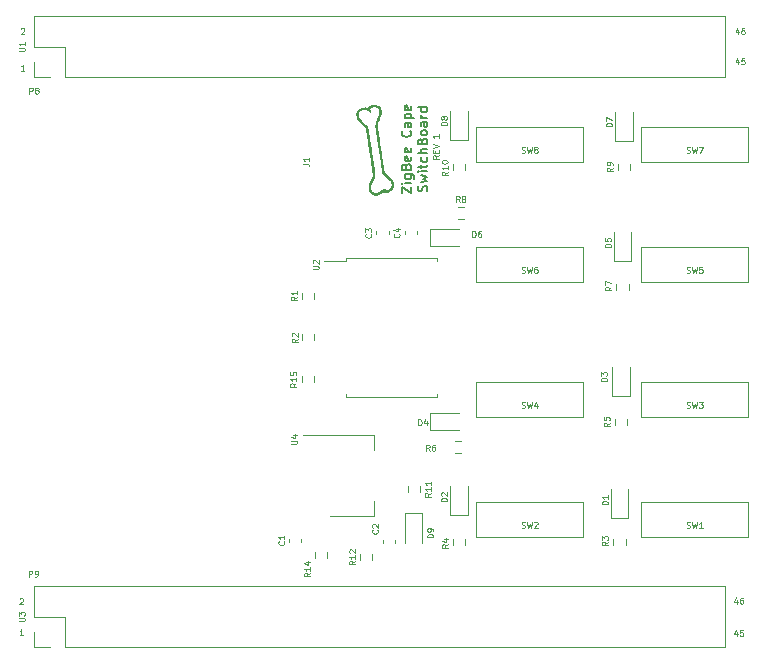
<source format=gbr>
%TF.GenerationSoftware,KiCad,Pcbnew,(5.1.9)-1*%
%TF.CreationDate,2021-11-09T16:08:34-06:00*%
%TF.ProjectId,SwitchBoard,53776974-6368-4426-9f61-72642e6b6963,rev?*%
%TF.SameCoordinates,Original*%
%TF.FileFunction,Legend,Top*%
%TF.FilePolarity,Positive*%
%FSLAX46Y46*%
G04 Gerber Fmt 4.6, Leading zero omitted, Abs format (unit mm)*
G04 Created by KiCad (PCBNEW (5.1.9)-1) date 2021-11-09 16:08:34*
%MOMM*%
%LPD*%
G01*
G04 APERTURE LIST*
%ADD10C,0.076200*%
%ADD11C,0.150000*%
%ADD12C,0.120000*%
%ADD13C,0.010000*%
G04 APERTURE END LIST*
D10*
X36755009Y42251085D02*
X36513104Y42081752D01*
X36755009Y41960800D02*
X36247009Y41960800D01*
X36247009Y42154323D01*
X36271200Y42202704D01*
X36295390Y42226895D01*
X36343771Y42251085D01*
X36416342Y42251085D01*
X36464723Y42226895D01*
X36488914Y42202704D01*
X36513104Y42154323D01*
X36513104Y41960800D01*
X36488914Y42468800D02*
X36488914Y42638133D01*
X36755009Y42710704D02*
X36755009Y42468800D01*
X36247009Y42468800D01*
X36247009Y42710704D01*
X36247009Y42855847D02*
X36755009Y43025180D01*
X36247009Y43194514D01*
X36755009Y44016990D02*
X36755009Y43726704D01*
X36755009Y43871847D02*
X36247009Y43871847D01*
X36319580Y43823466D01*
X36367961Y43775085D01*
X36392152Y43726704D01*
X2114247Y47471390D02*
X2114247Y47979390D01*
X2307771Y47979390D01*
X2356152Y47955200D01*
X2380342Y47931009D01*
X2404533Y47882628D01*
X2404533Y47810057D01*
X2380342Y47761676D01*
X2356152Y47737485D01*
X2307771Y47713295D01*
X2114247Y47713295D01*
X2694819Y47761676D02*
X2646438Y47785866D01*
X2622247Y47810057D01*
X2598057Y47858438D01*
X2598057Y47882628D01*
X2622247Y47931009D01*
X2646438Y47955200D01*
X2694819Y47979390D01*
X2791580Y47979390D01*
X2839961Y47955200D01*
X2864152Y47931009D01*
X2888342Y47882628D01*
X2888342Y47858438D01*
X2864152Y47810057D01*
X2839961Y47785866D01*
X2791580Y47761676D01*
X2694819Y47761676D01*
X2646438Y47737485D01*
X2622247Y47713295D01*
X2598057Y47664914D01*
X2598057Y47568152D01*
X2622247Y47519771D01*
X2646438Y47495580D01*
X2694819Y47471390D01*
X2791580Y47471390D01*
X2839961Y47495580D01*
X2864152Y47519771D01*
X2888342Y47568152D01*
X2888342Y47664914D01*
X2864152Y47713295D01*
X2839961Y47737485D01*
X2791580Y47761676D01*
X2063447Y6577390D02*
X2063447Y7085390D01*
X2256971Y7085390D01*
X2305352Y7061200D01*
X2329542Y7037009D01*
X2353733Y6988628D01*
X2353733Y6916057D01*
X2329542Y6867676D01*
X2305352Y6843485D01*
X2256971Y6819295D01*
X2063447Y6819295D01*
X2595638Y6577390D02*
X2692400Y6577390D01*
X2740780Y6601580D01*
X2764971Y6625771D01*
X2813352Y6698342D01*
X2837542Y6795104D01*
X2837542Y6988628D01*
X2813352Y7037009D01*
X2789161Y7061200D01*
X2740780Y7085390D01*
X2644019Y7085390D01*
X2595638Y7061200D01*
X2571447Y7037009D01*
X2547257Y6988628D01*
X2547257Y6867676D01*
X2571447Y6819295D01*
X2595638Y6795104D01*
X2644019Y6770914D01*
X2740780Y6770914D01*
X2789161Y6795104D01*
X2813352Y6819295D01*
X2837542Y6867676D01*
X62034057Y1886857D02*
X62034057Y1548190D01*
X61913104Y2080380D02*
X61792152Y1717523D01*
X62106628Y1717523D01*
X62542057Y2056190D02*
X62300152Y2056190D01*
X62275961Y1814285D01*
X62300152Y1838476D01*
X62348533Y1862666D01*
X62469485Y1862666D01*
X62517866Y1838476D01*
X62542057Y1814285D01*
X62566247Y1765904D01*
X62566247Y1644952D01*
X62542057Y1596571D01*
X62517866Y1572380D01*
X62469485Y1548190D01*
X62348533Y1548190D01*
X62300152Y1572380D01*
X62275961Y1596571D01*
X62034057Y4630057D02*
X62034057Y4291390D01*
X61913104Y4823580D02*
X61792152Y4460723D01*
X62106628Y4460723D01*
X62517866Y4799390D02*
X62421104Y4799390D01*
X62372723Y4775200D01*
X62348533Y4751009D01*
X62300152Y4678438D01*
X62275961Y4581676D01*
X62275961Y4388152D01*
X62300152Y4339771D01*
X62324342Y4315580D01*
X62372723Y4291390D01*
X62469485Y4291390D01*
X62517866Y4315580D01*
X62542057Y4339771D01*
X62566247Y4388152D01*
X62566247Y4509104D01*
X62542057Y4557485D01*
X62517866Y4581676D01*
X62469485Y4605866D01*
X62372723Y4605866D01*
X62324342Y4581676D01*
X62300152Y4557485D01*
X62275961Y4509104D01*
X1567542Y1598990D02*
X1277257Y1598990D01*
X1422400Y1598990D02*
X1422400Y2106990D01*
X1374019Y2034419D01*
X1325638Y1986038D01*
X1277257Y1961847D01*
X1277257Y4700209D02*
X1301447Y4724400D01*
X1349828Y4748590D01*
X1470780Y4748590D01*
X1519161Y4724400D01*
X1543352Y4700209D01*
X1567542Y4651828D01*
X1567542Y4603447D01*
X1543352Y4530876D01*
X1253066Y4240590D01*
X1567542Y4240590D01*
X62135657Y50299257D02*
X62135657Y49960590D01*
X62014704Y50492780D02*
X61893752Y50129923D01*
X62208228Y50129923D01*
X62643657Y50468590D02*
X62401752Y50468590D01*
X62377561Y50226685D01*
X62401752Y50250876D01*
X62450133Y50275066D01*
X62571085Y50275066D01*
X62619466Y50250876D01*
X62643657Y50226685D01*
X62667847Y50178304D01*
X62667847Y50057352D01*
X62643657Y50008971D01*
X62619466Y49984780D01*
X62571085Y49960590D01*
X62450133Y49960590D01*
X62401752Y49984780D01*
X62377561Y50008971D01*
X62135657Y52839257D02*
X62135657Y52500590D01*
X62014704Y53032780D02*
X61893752Y52669923D01*
X62208228Y52669923D01*
X62619466Y53008590D02*
X62522704Y53008590D01*
X62474323Y52984400D01*
X62450133Y52960209D01*
X62401752Y52887638D01*
X62377561Y52790876D01*
X62377561Y52597352D01*
X62401752Y52548971D01*
X62425942Y52524780D01*
X62474323Y52500590D01*
X62571085Y52500590D01*
X62619466Y52524780D01*
X62643657Y52548971D01*
X62667847Y52597352D01*
X62667847Y52718304D01*
X62643657Y52766685D01*
X62619466Y52790876D01*
X62571085Y52815066D01*
X62474323Y52815066D01*
X62425942Y52790876D01*
X62401752Y52766685D01*
X62377561Y52718304D01*
X1378857Y52960209D02*
X1403047Y52984400D01*
X1451428Y53008590D01*
X1572380Y53008590D01*
X1620761Y52984400D01*
X1644952Y52960209D01*
X1669142Y52911828D01*
X1669142Y52863447D01*
X1644952Y52790876D01*
X1354666Y52500590D01*
X1669142Y52500590D01*
X1669142Y49401790D02*
X1378857Y49401790D01*
X1524000Y49401790D02*
X1524000Y49909790D01*
X1475619Y49837219D01*
X1427238Y49788838D01*
X1378857Y49764647D01*
D11*
X33617495Y39038590D02*
X33617495Y39580457D01*
X34430295Y39038590D01*
X34430295Y39580457D01*
X34430295Y39890095D02*
X33888428Y39890095D01*
X33617495Y39890095D02*
X33656200Y39851390D01*
X33694904Y39890095D01*
X33656200Y39928800D01*
X33617495Y39890095D01*
X33694904Y39890095D01*
X33888428Y40625485D02*
X34546409Y40625485D01*
X34623819Y40586780D01*
X34662523Y40548076D01*
X34701228Y40470666D01*
X34701228Y40354552D01*
X34662523Y40277142D01*
X34391590Y40625485D02*
X34430295Y40548076D01*
X34430295Y40393257D01*
X34391590Y40315847D01*
X34352885Y40277142D01*
X34275476Y40238438D01*
X34043247Y40238438D01*
X33965838Y40277142D01*
X33927133Y40315847D01*
X33888428Y40393257D01*
X33888428Y40548076D01*
X33927133Y40625485D01*
X34004542Y41283466D02*
X34043247Y41399580D01*
X34081952Y41438285D01*
X34159361Y41476990D01*
X34275476Y41476990D01*
X34352885Y41438285D01*
X34391590Y41399580D01*
X34430295Y41322171D01*
X34430295Y41012533D01*
X33617495Y41012533D01*
X33617495Y41283466D01*
X33656200Y41360876D01*
X33694904Y41399580D01*
X33772314Y41438285D01*
X33849723Y41438285D01*
X33927133Y41399580D01*
X33965838Y41360876D01*
X34004542Y41283466D01*
X34004542Y41012533D01*
X34391590Y42134971D02*
X34430295Y42057561D01*
X34430295Y41902742D01*
X34391590Y41825333D01*
X34314180Y41786628D01*
X34004542Y41786628D01*
X33927133Y41825333D01*
X33888428Y41902742D01*
X33888428Y42057561D01*
X33927133Y42134971D01*
X34004542Y42173676D01*
X34081952Y42173676D01*
X34159361Y41786628D01*
X34391590Y42831657D02*
X34430295Y42754247D01*
X34430295Y42599428D01*
X34391590Y42522019D01*
X34314180Y42483314D01*
X34004542Y42483314D01*
X33927133Y42522019D01*
X33888428Y42599428D01*
X33888428Y42754247D01*
X33927133Y42831657D01*
X34004542Y42870361D01*
X34081952Y42870361D01*
X34159361Y42483314D01*
X34352885Y44302438D02*
X34391590Y44263733D01*
X34430295Y44147619D01*
X34430295Y44070209D01*
X34391590Y43954095D01*
X34314180Y43876685D01*
X34236771Y43837980D01*
X34081952Y43799276D01*
X33965838Y43799276D01*
X33811019Y43837980D01*
X33733609Y43876685D01*
X33656200Y43954095D01*
X33617495Y44070209D01*
X33617495Y44147619D01*
X33656200Y44263733D01*
X33694904Y44302438D01*
X34430295Y44999123D02*
X34004542Y44999123D01*
X33927133Y44960419D01*
X33888428Y44883009D01*
X33888428Y44728190D01*
X33927133Y44650780D01*
X34391590Y44999123D02*
X34430295Y44921714D01*
X34430295Y44728190D01*
X34391590Y44650780D01*
X34314180Y44612076D01*
X34236771Y44612076D01*
X34159361Y44650780D01*
X34120657Y44728190D01*
X34120657Y44921714D01*
X34081952Y44999123D01*
X33888428Y45386171D02*
X34701228Y45386171D01*
X33927133Y45386171D02*
X33888428Y45463580D01*
X33888428Y45618400D01*
X33927133Y45695809D01*
X33965838Y45734514D01*
X34043247Y45773219D01*
X34275476Y45773219D01*
X34352885Y45734514D01*
X34391590Y45695809D01*
X34430295Y45618400D01*
X34430295Y45463580D01*
X34391590Y45386171D01*
X34391590Y46431200D02*
X34430295Y46353790D01*
X34430295Y46198971D01*
X34391590Y46121561D01*
X34314180Y46082857D01*
X34004542Y46082857D01*
X33927133Y46121561D01*
X33888428Y46198971D01*
X33888428Y46353790D01*
X33927133Y46431200D01*
X34004542Y46469904D01*
X34081952Y46469904D01*
X34159361Y46082857D01*
X35760790Y39212761D02*
X35799495Y39328876D01*
X35799495Y39522400D01*
X35760790Y39599809D01*
X35722085Y39638514D01*
X35644676Y39677219D01*
X35567266Y39677219D01*
X35489857Y39638514D01*
X35451152Y39599809D01*
X35412447Y39522400D01*
X35373742Y39367580D01*
X35335038Y39290171D01*
X35296333Y39251466D01*
X35218923Y39212761D01*
X35141514Y39212761D01*
X35064104Y39251466D01*
X35025400Y39290171D01*
X34986695Y39367580D01*
X34986695Y39561104D01*
X35025400Y39677219D01*
X35257628Y39948152D02*
X35799495Y40102971D01*
X35412447Y40257790D01*
X35799495Y40412609D01*
X35257628Y40567428D01*
X35799495Y40877066D02*
X35257628Y40877066D01*
X34986695Y40877066D02*
X35025400Y40838361D01*
X35064104Y40877066D01*
X35025400Y40915771D01*
X34986695Y40877066D01*
X35064104Y40877066D01*
X35257628Y41148000D02*
X35257628Y41457638D01*
X34986695Y41264114D02*
X35683380Y41264114D01*
X35760790Y41302819D01*
X35799495Y41380228D01*
X35799495Y41457638D01*
X35760790Y42076914D02*
X35799495Y41999504D01*
X35799495Y41844685D01*
X35760790Y41767276D01*
X35722085Y41728571D01*
X35644676Y41689866D01*
X35412447Y41689866D01*
X35335038Y41728571D01*
X35296333Y41767276D01*
X35257628Y41844685D01*
X35257628Y41999504D01*
X35296333Y42076914D01*
X35799495Y42425257D02*
X34986695Y42425257D01*
X35799495Y42773600D02*
X35373742Y42773600D01*
X35296333Y42734895D01*
X35257628Y42657485D01*
X35257628Y42541371D01*
X35296333Y42463961D01*
X35335038Y42425257D01*
X35373742Y43431580D02*
X35412447Y43547695D01*
X35451152Y43586400D01*
X35528561Y43625104D01*
X35644676Y43625104D01*
X35722085Y43586400D01*
X35760790Y43547695D01*
X35799495Y43470285D01*
X35799495Y43160647D01*
X34986695Y43160647D01*
X34986695Y43431580D01*
X35025400Y43508990D01*
X35064104Y43547695D01*
X35141514Y43586400D01*
X35218923Y43586400D01*
X35296333Y43547695D01*
X35335038Y43508990D01*
X35373742Y43431580D01*
X35373742Y43160647D01*
X35799495Y44089561D02*
X35760790Y44012152D01*
X35722085Y43973447D01*
X35644676Y43934742D01*
X35412447Y43934742D01*
X35335038Y43973447D01*
X35296333Y44012152D01*
X35257628Y44089561D01*
X35257628Y44205676D01*
X35296333Y44283085D01*
X35335038Y44321790D01*
X35412447Y44360495D01*
X35644676Y44360495D01*
X35722085Y44321790D01*
X35760790Y44283085D01*
X35799495Y44205676D01*
X35799495Y44089561D01*
X35799495Y45057180D02*
X35373742Y45057180D01*
X35296333Y45018476D01*
X35257628Y44941066D01*
X35257628Y44786247D01*
X35296333Y44708838D01*
X35760790Y45057180D02*
X35799495Y44979771D01*
X35799495Y44786247D01*
X35760790Y44708838D01*
X35683380Y44670133D01*
X35605971Y44670133D01*
X35528561Y44708838D01*
X35489857Y44786247D01*
X35489857Y44979771D01*
X35451152Y45057180D01*
X35799495Y45444228D02*
X35257628Y45444228D01*
X35412447Y45444228D02*
X35335038Y45482933D01*
X35296333Y45521638D01*
X35257628Y45599047D01*
X35257628Y45676457D01*
X35799495Y46295733D02*
X34986695Y46295733D01*
X35760790Y46295733D02*
X35799495Y46218323D01*
X35799495Y46063504D01*
X35760790Y45986095D01*
X35722085Y45947390D01*
X35644676Y45908685D01*
X35412447Y45908685D01*
X35335038Y45947390D01*
X35296333Y45986095D01*
X35257628Y46063504D01*
X35257628Y46218323D01*
X35296333Y46295733D01*
D12*
%TO.C,SW7*%
X53920000Y44680000D02*
X53920000Y41680000D01*
X62920000Y44680000D02*
X62920000Y41680000D01*
X62920000Y41680000D02*
X53920000Y41680000D01*
X53920000Y44680000D02*
X62920000Y44680000D01*
%TO.C,SW5*%
X53920000Y34520000D02*
X53920000Y31520000D01*
X62920000Y34520000D02*
X62920000Y31520000D01*
X62920000Y31520000D02*
X53920000Y31520000D01*
X53920000Y34520000D02*
X62920000Y34520000D01*
%TO.C,SW3*%
X53920000Y23090000D02*
X53920000Y20090000D01*
X62920000Y23090000D02*
X62920000Y20090000D01*
X62920000Y20090000D02*
X53920000Y20090000D01*
X53920000Y23090000D02*
X62920000Y23090000D01*
%TO.C,SW1*%
X53920000Y12930000D02*
X53920000Y9930000D01*
X62920000Y12930000D02*
X62920000Y9930000D01*
X62920000Y9930000D02*
X53920000Y9930000D01*
X53920000Y12930000D02*
X62920000Y12930000D01*
%TO.C,SW2*%
X39950000Y12930000D02*
X39950000Y9930000D01*
X48950000Y12930000D02*
X48950000Y9930000D01*
X48950000Y9930000D02*
X39950000Y9930000D01*
X39950000Y12930000D02*
X48950000Y12930000D01*
%TO.C,SW4*%
X39950000Y23090000D02*
X39950000Y20090000D01*
X48950000Y23090000D02*
X48950000Y20090000D01*
X48950000Y20090000D02*
X39950000Y20090000D01*
X39950000Y23090000D02*
X48950000Y23090000D01*
%TO.C,SW6*%
X39950000Y34520000D02*
X39950000Y31520000D01*
X48950000Y34520000D02*
X48950000Y31520000D01*
X48950000Y31520000D02*
X39950000Y31520000D01*
X39950000Y34520000D02*
X48950000Y34520000D01*
%TO.C,SW8*%
X39950000Y44680000D02*
X39950000Y41680000D01*
X48950000Y44680000D02*
X48950000Y41680000D01*
X48950000Y41680000D02*
X39950000Y41680000D01*
X39950000Y44680000D02*
X48950000Y44680000D01*
D13*
%TO.C,G\u002A\u002A\u002A*%
G36*
X29806821Y45890898D02*
G01*
X29809462Y45900520D01*
X29850666Y45992170D01*
X29916680Y46079408D01*
X30000733Y46154562D01*
X30072997Y46199120D01*
X30177170Y46240940D01*
X30296748Y46271528D01*
X30421336Y46289418D01*
X30540536Y46293146D01*
X30643952Y46281248D01*
X30648600Y46280198D01*
X30692515Y46273861D01*
X30718766Y46282146D01*
X30727975Y46291252D01*
X30763997Y46324178D01*
X30821231Y46364430D01*
X30891522Y46407270D01*
X30966712Y46447960D01*
X31038648Y46481760D01*
X31088361Y46500651D01*
X31216123Y46527083D01*
X31343637Y46526426D01*
X31466211Y46500605D01*
X31579148Y46451547D01*
X31677756Y46381177D01*
X31757338Y46291419D01*
X31804081Y46207113D01*
X31837641Y46103410D01*
X31858401Y45985656D01*
X31863969Y45869796D01*
X31861254Y45826037D01*
X31852763Y45764571D01*
X31838927Y45702758D01*
X31817767Y45634818D01*
X31787308Y45554973D01*
X31745571Y45457443D01*
X31702886Y45363133D01*
X31664954Y45278071D01*
X31627929Y45190590D01*
X31596126Y45111148D01*
X31574353Y45051676D01*
X31563397Y45019459D01*
X31553618Y44990055D01*
X31545191Y44961707D01*
X31538297Y44932656D01*
X31533112Y44901146D01*
X31529815Y44865419D01*
X31528584Y44823718D01*
X31529597Y44774286D01*
X31533032Y44715364D01*
X31539067Y44645195D01*
X31547880Y44562023D01*
X31559650Y44464089D01*
X31574554Y44349636D01*
X31592770Y44216907D01*
X31614478Y44064144D01*
X31639853Y43889590D01*
X31669076Y43691488D01*
X31702324Y43468079D01*
X31739774Y43217607D01*
X31781605Y42938313D01*
X31802943Y42795840D01*
X31839420Y42552398D01*
X31874693Y42317359D01*
X31908468Y42092668D01*
X31940448Y41880272D01*
X31970340Y41682115D01*
X31997848Y41500143D01*
X32022678Y41336302D01*
X32044535Y41192537D01*
X32063124Y41070794D01*
X32078151Y40973019D01*
X32089321Y40901156D01*
X32096338Y40857152D01*
X32098789Y40843215D01*
X32125935Y40785612D01*
X32181265Y40714680D01*
X32264360Y40630877D01*
X32374801Y40534656D01*
X32404030Y40510815D01*
X32519372Y40414962D01*
X32611503Y40331615D01*
X32684288Y40256694D01*
X32741590Y40186121D01*
X32787273Y40115816D01*
X32800032Y40092778D01*
X32850443Y39975267D01*
X32883311Y39849088D01*
X32897452Y39722891D01*
X32891677Y39605326D01*
X32876352Y39536578D01*
X32828725Y39435475D01*
X32754417Y39344839D01*
X32657835Y39268680D01*
X32543383Y39211006D01*
X32503089Y39196916D01*
X32429678Y39179011D01*
X32341609Y39165267D01*
X32248331Y39156367D01*
X32159296Y39152999D01*
X32083954Y39155848D01*
X32039173Y39163262D01*
X31997630Y39171742D01*
X31971600Y39165612D01*
X31952526Y39148426D01*
X31912836Y39114125D01*
X31852270Y39072848D01*
X31779384Y39029525D01*
X31702736Y38989085D01*
X31630883Y38956456D01*
X31597600Y38943991D01*
X31529281Y38924293D01*
X31467100Y38915642D01*
X31398927Y38916049D01*
X31398927Y39041473D01*
X31446964Y39042682D01*
X31564034Y39065389D01*
X31686481Y39118609D01*
X31813209Y39201772D01*
X31912531Y39285403D01*
X31971670Y39338748D01*
X32014319Y39373508D01*
X32046514Y39393473D01*
X32074293Y39402433D01*
X32101746Y39404208D01*
X32156516Y39397544D01*
X32207164Y39382414D01*
X32208787Y39381685D01*
X32256412Y39359878D01*
X32205565Y39358589D01*
X32150491Y39350837D01*
X32104943Y39333222D01*
X32077775Y39309877D01*
X32073850Y39297108D01*
X32088339Y39285127D01*
X32127428Y39278742D01*
X32184543Y39277510D01*
X32253114Y39280987D01*
X32326570Y39288728D01*
X32398337Y39300291D01*
X32461846Y39315230D01*
X32492645Y39325396D01*
X32588106Y39373927D01*
X32669240Y39438598D01*
X32728628Y39513048D01*
X32742732Y39539862D01*
X32763332Y39611544D01*
X32771369Y39701353D01*
X32766707Y39798198D01*
X32749207Y39890989D01*
X32747180Y39898137D01*
X32720616Y39975940D01*
X32686960Y40046544D01*
X32642739Y40114220D01*
X32584478Y40183240D01*
X32508704Y40257876D01*
X32411940Y40342400D01*
X32333424Y40406861D01*
X32227513Y40495020D01*
X32144914Y40570367D01*
X32081927Y40636771D01*
X32034851Y40698104D01*
X32002773Y40752667D01*
X31995955Y40776211D01*
X31985236Y40827830D01*
X31970564Y40907846D01*
X31951889Y41016582D01*
X31929158Y41154360D01*
X31902321Y41321500D01*
X31871326Y41518326D01*
X31836121Y41745160D01*
X31796655Y42002322D01*
X31752876Y42290136D01*
X31704734Y42608922D01*
X31681890Y42760855D01*
X31638608Y43049146D01*
X31599823Y43307780D01*
X31565305Y43538498D01*
X31534821Y43743039D01*
X31508140Y43923142D01*
X31485033Y44080547D01*
X31465266Y44216994D01*
X31448608Y44334222D01*
X31434830Y44433970D01*
X31423698Y44517979D01*
X31414983Y44587988D01*
X31408453Y44645737D01*
X31403876Y44692964D01*
X31401021Y44731411D01*
X31399657Y44762815D01*
X31399553Y44788918D01*
X31400478Y44811458D01*
X31402200Y44832175D01*
X31404164Y44850050D01*
X31414847Y44925095D01*
X31429865Y44997248D01*
X31451152Y45072385D01*
X31480639Y45156383D01*
X31520258Y45255116D01*
X31571942Y45374461D01*
X31589688Y45414268D01*
X31641666Y45532533D01*
X31680774Y45627930D01*
X31708514Y45705900D01*
X31726386Y45771885D01*
X31735893Y45831328D01*
X31738535Y45889672D01*
X31736290Y45945673D01*
X31714506Y46077786D01*
X31669528Y46189552D01*
X31602752Y46279594D01*
X31515572Y46346535D01*
X31409384Y46388999D01*
X31285585Y46405609D01*
X31269876Y46405800D01*
X31163025Y46391692D01*
X31046974Y46350415D01*
X30926019Y46283541D01*
X30914160Y46275734D01*
X30817637Y46211278D01*
X30860621Y46166413D01*
X30898499Y46106970D01*
X30916762Y46038313D01*
X30923128Y45990769D01*
X30925354Y45958012D01*
X30924154Y45949313D01*
X30913960Y45958394D01*
X30894338Y45987949D01*
X30880963Y46011065D01*
X30853116Y46053058D01*
X30818873Y46082942D01*
X30767529Y46109292D01*
X30748287Y46117345D01*
X30626390Y46152892D01*
X30495840Y46166402D01*
X30363764Y46158816D01*
X30237291Y46131071D01*
X30123549Y46084109D01*
X30034582Y46023258D01*
X29970299Y45950902D01*
X29931551Y45866740D01*
X29915951Y45765079D01*
X29915387Y45739050D01*
X29923513Y45617784D01*
X29949874Y45506015D01*
X29996849Y45399068D01*
X30066820Y45292270D01*
X30162165Y45180947D01*
X30238768Y45104050D01*
X30351198Y44995854D01*
X30442766Y44906691D01*
X30515880Y44833991D01*
X30572945Y44775184D01*
X30616371Y44727702D01*
X30648563Y44688975D01*
X30671929Y44656434D01*
X30688875Y44627510D01*
X30693064Y44619160D01*
X30699421Y44603182D01*
X30706600Y44579107D01*
X30714863Y44545339D01*
X30724475Y44500278D01*
X30735697Y44442326D01*
X30748795Y44369884D01*
X30764030Y44281354D01*
X30781665Y44175137D01*
X30801965Y44049635D01*
X30825192Y43903249D01*
X30851609Y43734380D01*
X30881480Y43541431D01*
X30915068Y43322801D01*
X30952635Y43076894D01*
X30994445Y42802110D01*
X31020854Y42628140D01*
X31057811Y42383760D01*
X31093411Y42146879D01*
X31127358Y41919527D01*
X31159361Y41703736D01*
X31189124Y41501537D01*
X31216354Y41314960D01*
X31240758Y41146038D01*
X31262040Y40996801D01*
X31279909Y40869280D01*
X31294069Y40765507D01*
X31304227Y40687512D01*
X31310089Y40637327D01*
X31311491Y40619043D01*
X31306191Y40536452D01*
X31288731Y40447261D01*
X31257683Y40347186D01*
X31211615Y40231942D01*
X31149098Y40097246D01*
X31113382Y40025520D01*
X31056413Y39911099D01*
X31013429Y39818877D01*
X30982760Y39743434D01*
X30962738Y39679345D01*
X30951693Y39621190D01*
X30947954Y39563545D01*
X30949853Y39500989D01*
X30950202Y39495563D01*
X30971930Y39365686D01*
X31017448Y39255147D01*
X31084833Y39165701D01*
X31172157Y39099104D01*
X31277497Y39057109D01*
X31398927Y39041473D01*
X31398927Y38916049D01*
X31394514Y38916076D01*
X31372988Y38917362D01*
X31236242Y38940664D01*
X31115913Y38989738D01*
X31013756Y39062191D01*
X30931532Y39155631D01*
X30870997Y39267666D01*
X30833910Y39395903D01*
X30822030Y39537949D01*
X30831094Y39654734D01*
X30839316Y39702388D01*
X30850975Y39748643D01*
X30868259Y39799048D01*
X30893354Y39859151D01*
X30928445Y39934500D01*
X30975721Y40030642D01*
X30992289Y40063737D01*
X31053545Y40187842D01*
X31100775Y40289145D01*
X31135646Y40372445D01*
X31159822Y40442540D01*
X31174970Y40504229D01*
X31182756Y40562312D01*
X31184850Y40618506D01*
X31182500Y40646429D01*
X31175647Y40703690D01*
X31164585Y40788240D01*
X31149608Y40898033D01*
X31131011Y41031021D01*
X31109089Y41185156D01*
X31084135Y41358390D01*
X31056445Y41548676D01*
X31026312Y41753966D01*
X30994031Y41972213D01*
X30959896Y42201368D01*
X30924202Y42439384D01*
X30899384Y42603969D01*
X30853905Y42904327D01*
X30812788Y43174623D01*
X30775810Y43416213D01*
X30742753Y43630453D01*
X30713395Y43818698D01*
X30687516Y43982304D01*
X30664895Y44122627D01*
X30645313Y44241022D01*
X30628548Y44338846D01*
X30614380Y44417455D01*
X30602588Y44478203D01*
X30592953Y44522447D01*
X30585253Y44551543D01*
X30580588Y44564300D01*
X30547393Y44616214D01*
X30489259Y44684096D01*
X30407645Y44766275D01*
X30386212Y44786550D01*
X30262441Y44903512D01*
X30160197Y45002910D01*
X30076919Y45087866D01*
X30010048Y45161504D01*
X29957025Y45226945D01*
X29915289Y45287312D01*
X29882283Y45345729D01*
X29855446Y45405316D01*
X29836091Y45457700D01*
X29807766Y45566865D01*
X29793003Y45682820D01*
X29792467Y45794515D01*
X29806821Y45890898D01*
G37*
X29806821Y45890898D02*
X29809462Y45900520D01*
X29850666Y45992170D01*
X29916680Y46079408D01*
X30000733Y46154562D01*
X30072997Y46199120D01*
X30177170Y46240940D01*
X30296748Y46271528D01*
X30421336Y46289418D01*
X30540536Y46293146D01*
X30643952Y46281248D01*
X30648600Y46280198D01*
X30692515Y46273861D01*
X30718766Y46282146D01*
X30727975Y46291252D01*
X30763997Y46324178D01*
X30821231Y46364430D01*
X30891522Y46407270D01*
X30966712Y46447960D01*
X31038648Y46481760D01*
X31088361Y46500651D01*
X31216123Y46527083D01*
X31343637Y46526426D01*
X31466211Y46500605D01*
X31579148Y46451547D01*
X31677756Y46381177D01*
X31757338Y46291419D01*
X31804081Y46207113D01*
X31837641Y46103410D01*
X31858401Y45985656D01*
X31863969Y45869796D01*
X31861254Y45826037D01*
X31852763Y45764571D01*
X31838927Y45702758D01*
X31817767Y45634818D01*
X31787308Y45554973D01*
X31745571Y45457443D01*
X31702886Y45363133D01*
X31664954Y45278071D01*
X31627929Y45190590D01*
X31596126Y45111148D01*
X31574353Y45051676D01*
X31563397Y45019459D01*
X31553618Y44990055D01*
X31545191Y44961707D01*
X31538297Y44932656D01*
X31533112Y44901146D01*
X31529815Y44865419D01*
X31528584Y44823718D01*
X31529597Y44774286D01*
X31533032Y44715364D01*
X31539067Y44645195D01*
X31547880Y44562023D01*
X31559650Y44464089D01*
X31574554Y44349636D01*
X31592770Y44216907D01*
X31614478Y44064144D01*
X31639853Y43889590D01*
X31669076Y43691488D01*
X31702324Y43468079D01*
X31739774Y43217607D01*
X31781605Y42938313D01*
X31802943Y42795840D01*
X31839420Y42552398D01*
X31874693Y42317359D01*
X31908468Y42092668D01*
X31940448Y41880272D01*
X31970340Y41682115D01*
X31997848Y41500143D01*
X32022678Y41336302D01*
X32044535Y41192537D01*
X32063124Y41070794D01*
X32078151Y40973019D01*
X32089321Y40901156D01*
X32096338Y40857152D01*
X32098789Y40843215D01*
X32125935Y40785612D01*
X32181265Y40714680D01*
X32264360Y40630877D01*
X32374801Y40534656D01*
X32404030Y40510815D01*
X32519372Y40414962D01*
X32611503Y40331615D01*
X32684288Y40256694D01*
X32741590Y40186121D01*
X32787273Y40115816D01*
X32800032Y40092778D01*
X32850443Y39975267D01*
X32883311Y39849088D01*
X32897452Y39722891D01*
X32891677Y39605326D01*
X32876352Y39536578D01*
X32828725Y39435475D01*
X32754417Y39344839D01*
X32657835Y39268680D01*
X32543383Y39211006D01*
X32503089Y39196916D01*
X32429678Y39179011D01*
X32341609Y39165267D01*
X32248331Y39156367D01*
X32159296Y39152999D01*
X32083954Y39155848D01*
X32039173Y39163262D01*
X31997630Y39171742D01*
X31971600Y39165612D01*
X31952526Y39148426D01*
X31912836Y39114125D01*
X31852270Y39072848D01*
X31779384Y39029525D01*
X31702736Y38989085D01*
X31630883Y38956456D01*
X31597600Y38943991D01*
X31529281Y38924293D01*
X31467100Y38915642D01*
X31398927Y38916049D01*
X31398927Y39041473D01*
X31446964Y39042682D01*
X31564034Y39065389D01*
X31686481Y39118609D01*
X31813209Y39201772D01*
X31912531Y39285403D01*
X31971670Y39338748D01*
X32014319Y39373508D01*
X32046514Y39393473D01*
X32074293Y39402433D01*
X32101746Y39404208D01*
X32156516Y39397544D01*
X32207164Y39382414D01*
X32208787Y39381685D01*
X32256412Y39359878D01*
X32205565Y39358589D01*
X32150491Y39350837D01*
X32104943Y39333222D01*
X32077775Y39309877D01*
X32073850Y39297108D01*
X32088339Y39285127D01*
X32127428Y39278742D01*
X32184543Y39277510D01*
X32253114Y39280987D01*
X32326570Y39288728D01*
X32398337Y39300291D01*
X32461846Y39315230D01*
X32492645Y39325396D01*
X32588106Y39373927D01*
X32669240Y39438598D01*
X32728628Y39513048D01*
X32742732Y39539862D01*
X32763332Y39611544D01*
X32771369Y39701353D01*
X32766707Y39798198D01*
X32749207Y39890989D01*
X32747180Y39898137D01*
X32720616Y39975940D01*
X32686960Y40046544D01*
X32642739Y40114220D01*
X32584478Y40183240D01*
X32508704Y40257876D01*
X32411940Y40342400D01*
X32333424Y40406861D01*
X32227513Y40495020D01*
X32144914Y40570367D01*
X32081927Y40636771D01*
X32034851Y40698104D01*
X32002773Y40752667D01*
X31995955Y40776211D01*
X31985236Y40827830D01*
X31970564Y40907846D01*
X31951889Y41016582D01*
X31929158Y41154360D01*
X31902321Y41321500D01*
X31871326Y41518326D01*
X31836121Y41745160D01*
X31796655Y42002322D01*
X31752876Y42290136D01*
X31704734Y42608922D01*
X31681890Y42760855D01*
X31638608Y43049146D01*
X31599823Y43307780D01*
X31565305Y43538498D01*
X31534821Y43743039D01*
X31508140Y43923142D01*
X31485033Y44080547D01*
X31465266Y44216994D01*
X31448608Y44334222D01*
X31434830Y44433970D01*
X31423698Y44517979D01*
X31414983Y44587988D01*
X31408453Y44645737D01*
X31403876Y44692964D01*
X31401021Y44731411D01*
X31399657Y44762815D01*
X31399553Y44788918D01*
X31400478Y44811458D01*
X31402200Y44832175D01*
X31404164Y44850050D01*
X31414847Y44925095D01*
X31429865Y44997248D01*
X31451152Y45072385D01*
X31480639Y45156383D01*
X31520258Y45255116D01*
X31571942Y45374461D01*
X31589688Y45414268D01*
X31641666Y45532533D01*
X31680774Y45627930D01*
X31708514Y45705900D01*
X31726386Y45771885D01*
X31735893Y45831328D01*
X31738535Y45889672D01*
X31736290Y45945673D01*
X31714506Y46077786D01*
X31669528Y46189552D01*
X31602752Y46279594D01*
X31515572Y46346535D01*
X31409384Y46388999D01*
X31285585Y46405609D01*
X31269876Y46405800D01*
X31163025Y46391692D01*
X31046974Y46350415D01*
X30926019Y46283541D01*
X30914160Y46275734D01*
X30817637Y46211278D01*
X30860621Y46166413D01*
X30898499Y46106970D01*
X30916762Y46038313D01*
X30923128Y45990769D01*
X30925354Y45958012D01*
X30924154Y45949313D01*
X30913960Y45958394D01*
X30894338Y45987949D01*
X30880963Y46011065D01*
X30853116Y46053058D01*
X30818873Y46082942D01*
X30767529Y46109292D01*
X30748287Y46117345D01*
X30626390Y46152892D01*
X30495840Y46166402D01*
X30363764Y46158816D01*
X30237291Y46131071D01*
X30123549Y46084109D01*
X30034582Y46023258D01*
X29970299Y45950902D01*
X29931551Y45866740D01*
X29915951Y45765079D01*
X29915387Y45739050D01*
X29923513Y45617784D01*
X29949874Y45506015D01*
X29996849Y45399068D01*
X30066820Y45292270D01*
X30162165Y45180947D01*
X30238768Y45104050D01*
X30351198Y44995854D01*
X30442766Y44906691D01*
X30515880Y44833991D01*
X30572945Y44775184D01*
X30616371Y44727702D01*
X30648563Y44688975D01*
X30671929Y44656434D01*
X30688875Y44627510D01*
X30693064Y44619160D01*
X30699421Y44603182D01*
X30706600Y44579107D01*
X30714863Y44545339D01*
X30724475Y44500278D01*
X30735697Y44442326D01*
X30748795Y44369884D01*
X30764030Y44281354D01*
X30781665Y44175137D01*
X30801965Y44049635D01*
X30825192Y43903249D01*
X30851609Y43734380D01*
X30881480Y43541431D01*
X30915068Y43322801D01*
X30952635Y43076894D01*
X30994445Y42802110D01*
X31020854Y42628140D01*
X31057811Y42383760D01*
X31093411Y42146879D01*
X31127358Y41919527D01*
X31159361Y41703736D01*
X31189124Y41501537D01*
X31216354Y41314960D01*
X31240758Y41146038D01*
X31262040Y40996801D01*
X31279909Y40869280D01*
X31294069Y40765507D01*
X31304227Y40687512D01*
X31310089Y40637327D01*
X31311491Y40619043D01*
X31306191Y40536452D01*
X31288731Y40447261D01*
X31257683Y40347186D01*
X31211615Y40231942D01*
X31149098Y40097246D01*
X31113382Y40025520D01*
X31056413Y39911099D01*
X31013429Y39818877D01*
X30982760Y39743434D01*
X30962738Y39679345D01*
X30951693Y39621190D01*
X30947954Y39563545D01*
X30949853Y39500989D01*
X30950202Y39495563D01*
X30971930Y39365686D01*
X31017448Y39255147D01*
X31084833Y39165701D01*
X31172157Y39099104D01*
X31277497Y39057109D01*
X31398927Y39041473D01*
X31398927Y38916049D01*
X31394514Y38916076D01*
X31372988Y38917362D01*
X31236242Y38940664D01*
X31115913Y38989738D01*
X31013756Y39062191D01*
X30931532Y39155631D01*
X30870997Y39267666D01*
X30833910Y39395903D01*
X30822030Y39537949D01*
X30831094Y39654734D01*
X30839316Y39702388D01*
X30850975Y39748643D01*
X30868259Y39799048D01*
X30893354Y39859151D01*
X30928445Y39934500D01*
X30975721Y40030642D01*
X30992289Y40063737D01*
X31053545Y40187842D01*
X31100775Y40289145D01*
X31135646Y40372445D01*
X31159822Y40442540D01*
X31174970Y40504229D01*
X31182756Y40562312D01*
X31184850Y40618506D01*
X31182500Y40646429D01*
X31175647Y40703690D01*
X31164585Y40788240D01*
X31149608Y40898033D01*
X31131011Y41031021D01*
X31109089Y41185156D01*
X31084135Y41358390D01*
X31056445Y41548676D01*
X31026312Y41753966D01*
X30994031Y41972213D01*
X30959896Y42201368D01*
X30924202Y42439384D01*
X30899384Y42603969D01*
X30853905Y42904327D01*
X30812788Y43174623D01*
X30775810Y43416213D01*
X30742753Y43630453D01*
X30713395Y43818698D01*
X30687516Y43982304D01*
X30664895Y44122627D01*
X30645313Y44241022D01*
X30628548Y44338846D01*
X30614380Y44417455D01*
X30602588Y44478203D01*
X30592953Y44522447D01*
X30585253Y44551543D01*
X30580588Y44564300D01*
X30547393Y44616214D01*
X30489259Y44684096D01*
X30407645Y44766275D01*
X30386212Y44786550D01*
X30262441Y44903512D01*
X30160197Y45002910D01*
X30076919Y45087866D01*
X30010048Y45161504D01*
X29957025Y45226945D01*
X29915289Y45287312D01*
X29882283Y45345729D01*
X29855446Y45405316D01*
X29836091Y45457700D01*
X29807766Y45566865D01*
X29793003Y45682820D01*
X29792467Y45794515D01*
X29806821Y45890898D01*
D12*
%TO.C,R15*%
X26227300Y23521124D02*
X26227300Y23011676D01*
X25182300Y23521124D02*
X25182300Y23011676D01*
%TO.C,C2*%
X33072800Y9696667D02*
X33072800Y9404133D01*
X32052800Y9696667D02*
X32052800Y9404133D01*
%TO.C,U3*%
X2480000Y575000D02*
X2480000Y1905000D01*
X3810000Y575000D02*
X2480000Y575000D01*
X2480000Y3175000D02*
X2480000Y5775000D01*
X5080000Y3175000D02*
X2480000Y3175000D01*
X5080000Y575000D02*
X5080000Y3175000D01*
X2480000Y5775000D02*
X61020000Y5775000D01*
X5080000Y575000D02*
X61020000Y575000D01*
X61020000Y575000D02*
X61020000Y5775000D01*
%TO.C,R12*%
X31154900Y8484324D02*
X31154900Y7974876D01*
X30109900Y8484324D02*
X30109900Y7974876D01*
%TO.C,U2*%
X28906000Y33326000D02*
X27091000Y33326000D01*
X28906000Y33571000D02*
X28906000Y33326000D01*
X32766000Y33571000D02*
X28906000Y33571000D01*
X36626000Y33571000D02*
X36626000Y33326000D01*
X32766000Y33571000D02*
X36626000Y33571000D01*
X28906000Y21801000D02*
X28906000Y22046000D01*
X32766000Y21801000D02*
X28906000Y21801000D01*
X36626000Y21801000D02*
X36626000Y22046000D01*
X32766000Y21801000D02*
X36626000Y21801000D01*
%TO.C,R14*%
X27344900Y8636724D02*
X27344900Y8127276D01*
X26299900Y8636724D02*
X26299900Y8127276D01*
%TO.C,D4*%
X36059000Y18950000D02*
X38519000Y18950000D01*
X36059000Y20420000D02*
X36059000Y18950000D01*
X38519000Y20420000D02*
X36059000Y20420000D01*
%TO.C,U1*%
X2480000Y48835000D02*
X2480000Y50165000D01*
X3810000Y48835000D02*
X2480000Y48835000D01*
X2480000Y51435000D02*
X2480000Y54035000D01*
X5080000Y51435000D02*
X2480000Y51435000D01*
X5080000Y48835000D02*
X5080000Y51435000D01*
X2480000Y54035000D02*
X61020000Y54035000D01*
X5080000Y48835000D02*
X61020000Y48835000D01*
X61020000Y48835000D02*
X61020000Y54035000D01*
%TO.C,C1*%
X24077200Y9798267D02*
X24077200Y9505733D01*
X25097200Y9798267D02*
X25097200Y9505733D01*
%TO.C,C3*%
X31494000Y35540733D02*
X31494000Y35833267D01*
X32514000Y35540733D02*
X32514000Y35833267D01*
%TO.C,C4*%
X34927000Y35540733D02*
X34927000Y35833267D01*
X33907000Y35540733D02*
X33907000Y35833267D01*
%TO.C,D1*%
X51335000Y14008000D02*
X51335000Y11548000D01*
X51335000Y11548000D02*
X52805000Y11548000D01*
X52805000Y11548000D02*
X52805000Y14008000D01*
%TO.C,D2*%
X37746000Y14248000D02*
X37746000Y11788000D01*
X37746000Y11788000D02*
X39216000Y11788000D01*
X39216000Y11788000D02*
X39216000Y14248000D01*
%TO.C,D3*%
X52932000Y21835000D02*
X52932000Y24295000D01*
X51462000Y21835000D02*
X52932000Y21835000D01*
X51462000Y24295000D02*
X51462000Y21835000D01*
%TO.C,D5*%
X51589000Y35725000D02*
X51589000Y33265000D01*
X51589000Y33265000D02*
X53059000Y33265000D01*
X53059000Y33265000D02*
X53059000Y35725000D01*
%TO.C,D6*%
X38519000Y36041000D02*
X36059000Y36041000D01*
X36059000Y36041000D02*
X36059000Y34571000D01*
X36059000Y34571000D02*
X38519000Y34571000D01*
%TO.C,D7*%
X53186000Y43425000D02*
X53186000Y45885000D01*
X51716000Y43425000D02*
X53186000Y43425000D01*
X51716000Y45885000D02*
X51716000Y43425000D01*
%TO.C,D8*%
X39216000Y43552000D02*
X39216000Y46012000D01*
X37746000Y43552000D02*
X39216000Y43552000D01*
X37746000Y46012000D02*
X37746000Y43552000D01*
%TO.C,D9*%
X33910600Y11921600D02*
X33910600Y9461600D01*
X35380600Y11921600D02*
X33910600Y11921600D01*
X35380600Y9461600D02*
X35380600Y11921600D01*
%TO.C,R1*%
X25182300Y30072876D02*
X25182300Y30582324D01*
X26227300Y30072876D02*
X26227300Y30582324D01*
%TO.C,R2*%
X26227300Y27077124D02*
X26227300Y26567676D01*
X25182300Y27077124D02*
X25182300Y26567676D01*
%TO.C,R3*%
X52592500Y9779724D02*
X52592500Y9270276D01*
X51547500Y9779724D02*
X51547500Y9270276D01*
%TO.C,R4*%
X37958500Y9779724D02*
X37958500Y9270276D01*
X39003500Y9779724D02*
X39003500Y9270276D01*
%TO.C,R5*%
X51674500Y19939724D02*
X51674500Y19430276D01*
X52719500Y19939724D02*
X52719500Y19430276D01*
%TO.C,R6*%
X38099276Y17003500D02*
X38608724Y17003500D01*
X38099276Y18048500D02*
X38608724Y18048500D01*
%TO.C,R7*%
X52846500Y31369724D02*
X52846500Y30860276D01*
X51801500Y31369724D02*
X51801500Y30860276D01*
%TO.C,R8*%
X38353276Y37860500D02*
X38862724Y37860500D01*
X38353276Y36815500D02*
X38862724Y36815500D01*
%TO.C,R9*%
X51928500Y41529724D02*
X51928500Y41020276D01*
X52973500Y41529724D02*
X52973500Y41020276D01*
%TO.C,R10*%
X37958500Y41529724D02*
X37958500Y41020276D01*
X39003500Y41529724D02*
X39003500Y41020276D01*
%TO.C,R11*%
X35193500Y13715276D02*
X35193500Y14224724D01*
X34148500Y13715276D02*
X34148500Y14224724D01*
%TO.C,U4*%
X25313200Y18548400D02*
X31323200Y18548400D01*
X27563200Y11728400D02*
X31323200Y11728400D01*
X31323200Y18548400D02*
X31323200Y17288400D01*
X31323200Y11728400D02*
X31323200Y12988400D01*
%TO.C,SW7*%
D10*
X57742666Y42474380D02*
X57815238Y42450190D01*
X57936190Y42450190D01*
X57984571Y42474380D01*
X58008761Y42498571D01*
X58032952Y42546952D01*
X58032952Y42595333D01*
X58008761Y42643714D01*
X57984571Y42667904D01*
X57936190Y42692095D01*
X57839428Y42716285D01*
X57791047Y42740476D01*
X57766857Y42764666D01*
X57742666Y42813047D01*
X57742666Y42861428D01*
X57766857Y42909809D01*
X57791047Y42934000D01*
X57839428Y42958190D01*
X57960380Y42958190D01*
X58032952Y42934000D01*
X58202285Y42958190D02*
X58323238Y42450190D01*
X58420000Y42813047D01*
X58516761Y42450190D01*
X58637714Y42958190D01*
X58782857Y42958190D02*
X59121523Y42958190D01*
X58903809Y42450190D01*
%TO.C,SW5*%
X57742666Y32314380D02*
X57815238Y32290190D01*
X57936190Y32290190D01*
X57984571Y32314380D01*
X58008761Y32338571D01*
X58032952Y32386952D01*
X58032952Y32435333D01*
X58008761Y32483714D01*
X57984571Y32507904D01*
X57936190Y32532095D01*
X57839428Y32556285D01*
X57791047Y32580476D01*
X57766857Y32604666D01*
X57742666Y32653047D01*
X57742666Y32701428D01*
X57766857Y32749809D01*
X57791047Y32774000D01*
X57839428Y32798190D01*
X57960380Y32798190D01*
X58032952Y32774000D01*
X58202285Y32798190D02*
X58323238Y32290190D01*
X58420000Y32653047D01*
X58516761Y32290190D01*
X58637714Y32798190D01*
X59073142Y32798190D02*
X58831238Y32798190D01*
X58807047Y32556285D01*
X58831238Y32580476D01*
X58879619Y32604666D01*
X59000571Y32604666D01*
X59048952Y32580476D01*
X59073142Y32556285D01*
X59097333Y32507904D01*
X59097333Y32386952D01*
X59073142Y32338571D01*
X59048952Y32314380D01*
X59000571Y32290190D01*
X58879619Y32290190D01*
X58831238Y32314380D01*
X58807047Y32338571D01*
%TO.C,SW3*%
X57742666Y20884380D02*
X57815238Y20860190D01*
X57936190Y20860190D01*
X57984571Y20884380D01*
X58008761Y20908571D01*
X58032952Y20956952D01*
X58032952Y21005333D01*
X58008761Y21053714D01*
X57984571Y21077904D01*
X57936190Y21102095D01*
X57839428Y21126285D01*
X57791047Y21150476D01*
X57766857Y21174666D01*
X57742666Y21223047D01*
X57742666Y21271428D01*
X57766857Y21319809D01*
X57791047Y21344000D01*
X57839428Y21368190D01*
X57960380Y21368190D01*
X58032952Y21344000D01*
X58202285Y21368190D02*
X58323238Y20860190D01*
X58420000Y21223047D01*
X58516761Y20860190D01*
X58637714Y21368190D01*
X58782857Y21368190D02*
X59097333Y21368190D01*
X58928000Y21174666D01*
X59000571Y21174666D01*
X59048952Y21150476D01*
X59073142Y21126285D01*
X59097333Y21077904D01*
X59097333Y20956952D01*
X59073142Y20908571D01*
X59048952Y20884380D01*
X59000571Y20860190D01*
X58855428Y20860190D01*
X58807047Y20884380D01*
X58782857Y20908571D01*
%TO.C,SW1*%
X57742666Y10724380D02*
X57815238Y10700190D01*
X57936190Y10700190D01*
X57984571Y10724380D01*
X58008761Y10748571D01*
X58032952Y10796952D01*
X58032952Y10845333D01*
X58008761Y10893714D01*
X57984571Y10917904D01*
X57936190Y10942095D01*
X57839428Y10966285D01*
X57791047Y10990476D01*
X57766857Y11014666D01*
X57742666Y11063047D01*
X57742666Y11111428D01*
X57766857Y11159809D01*
X57791047Y11184000D01*
X57839428Y11208190D01*
X57960380Y11208190D01*
X58032952Y11184000D01*
X58202285Y11208190D02*
X58323238Y10700190D01*
X58420000Y11063047D01*
X58516761Y10700190D01*
X58637714Y11208190D01*
X59097333Y10700190D02*
X58807047Y10700190D01*
X58952190Y10700190D02*
X58952190Y11208190D01*
X58903809Y11135619D01*
X58855428Y11087238D01*
X58807047Y11063047D01*
%TO.C,SW2*%
X43772666Y10724380D02*
X43845238Y10700190D01*
X43966190Y10700190D01*
X44014571Y10724380D01*
X44038761Y10748571D01*
X44062952Y10796952D01*
X44062952Y10845333D01*
X44038761Y10893714D01*
X44014571Y10917904D01*
X43966190Y10942095D01*
X43869428Y10966285D01*
X43821047Y10990476D01*
X43796857Y11014666D01*
X43772666Y11063047D01*
X43772666Y11111428D01*
X43796857Y11159809D01*
X43821047Y11184000D01*
X43869428Y11208190D01*
X43990380Y11208190D01*
X44062952Y11184000D01*
X44232285Y11208190D02*
X44353238Y10700190D01*
X44450000Y11063047D01*
X44546761Y10700190D01*
X44667714Y11208190D01*
X44837047Y11159809D02*
X44861238Y11184000D01*
X44909619Y11208190D01*
X45030571Y11208190D01*
X45078952Y11184000D01*
X45103142Y11159809D01*
X45127333Y11111428D01*
X45127333Y11063047D01*
X45103142Y10990476D01*
X44812857Y10700190D01*
X45127333Y10700190D01*
%TO.C,SW4*%
X43772666Y20884380D02*
X43845238Y20860190D01*
X43966190Y20860190D01*
X44014571Y20884380D01*
X44038761Y20908571D01*
X44062952Y20956952D01*
X44062952Y21005333D01*
X44038761Y21053714D01*
X44014571Y21077904D01*
X43966190Y21102095D01*
X43869428Y21126285D01*
X43821047Y21150476D01*
X43796857Y21174666D01*
X43772666Y21223047D01*
X43772666Y21271428D01*
X43796857Y21319809D01*
X43821047Y21344000D01*
X43869428Y21368190D01*
X43990380Y21368190D01*
X44062952Y21344000D01*
X44232285Y21368190D02*
X44353238Y20860190D01*
X44450000Y21223047D01*
X44546761Y20860190D01*
X44667714Y21368190D01*
X45078952Y21198857D02*
X45078952Y20860190D01*
X44958000Y21392380D02*
X44837047Y21029523D01*
X45151523Y21029523D01*
%TO.C,SW6*%
X43772666Y32314380D02*
X43845238Y32290190D01*
X43966190Y32290190D01*
X44014571Y32314380D01*
X44038761Y32338571D01*
X44062952Y32386952D01*
X44062952Y32435333D01*
X44038761Y32483714D01*
X44014571Y32507904D01*
X43966190Y32532095D01*
X43869428Y32556285D01*
X43821047Y32580476D01*
X43796857Y32604666D01*
X43772666Y32653047D01*
X43772666Y32701428D01*
X43796857Y32749809D01*
X43821047Y32774000D01*
X43869428Y32798190D01*
X43990380Y32798190D01*
X44062952Y32774000D01*
X44232285Y32798190D02*
X44353238Y32290190D01*
X44450000Y32653047D01*
X44546761Y32290190D01*
X44667714Y32798190D01*
X45078952Y32798190D02*
X44982190Y32798190D01*
X44933809Y32774000D01*
X44909619Y32749809D01*
X44861238Y32677238D01*
X44837047Y32580476D01*
X44837047Y32386952D01*
X44861238Y32338571D01*
X44885428Y32314380D01*
X44933809Y32290190D01*
X45030571Y32290190D01*
X45078952Y32314380D01*
X45103142Y32338571D01*
X45127333Y32386952D01*
X45127333Y32507904D01*
X45103142Y32556285D01*
X45078952Y32580476D01*
X45030571Y32604666D01*
X44933809Y32604666D01*
X44885428Y32580476D01*
X44861238Y32556285D01*
X44837047Y32507904D01*
%TO.C,SW8*%
X43772666Y42474380D02*
X43845238Y42450190D01*
X43966190Y42450190D01*
X44014571Y42474380D01*
X44038761Y42498571D01*
X44062952Y42546952D01*
X44062952Y42595333D01*
X44038761Y42643714D01*
X44014571Y42667904D01*
X43966190Y42692095D01*
X43869428Y42716285D01*
X43821047Y42740476D01*
X43796857Y42764666D01*
X43772666Y42813047D01*
X43772666Y42861428D01*
X43796857Y42909809D01*
X43821047Y42934000D01*
X43869428Y42958190D01*
X43990380Y42958190D01*
X44062952Y42934000D01*
X44232285Y42958190D02*
X44353238Y42450190D01*
X44450000Y42813047D01*
X44546761Y42450190D01*
X44667714Y42958190D01*
X44933809Y42740476D02*
X44885428Y42764666D01*
X44861238Y42788857D01*
X44837047Y42837238D01*
X44837047Y42861428D01*
X44861238Y42909809D01*
X44885428Y42934000D01*
X44933809Y42958190D01*
X45030571Y42958190D01*
X45078952Y42934000D01*
X45103142Y42909809D01*
X45127333Y42861428D01*
X45127333Y42837238D01*
X45103142Y42788857D01*
X45078952Y42764666D01*
X45030571Y42740476D01*
X44933809Y42740476D01*
X44885428Y42716285D01*
X44861238Y42692095D01*
X44837047Y42643714D01*
X44837047Y42546952D01*
X44861238Y42498571D01*
X44885428Y42474380D01*
X44933809Y42450190D01*
X45030571Y42450190D01*
X45078952Y42474380D01*
X45103142Y42498571D01*
X45127333Y42546952D01*
X45127333Y42643714D01*
X45103142Y42692095D01*
X45078952Y42716285D01*
X45030571Y42740476D01*
%TO.C,R15*%
X24715409Y22939828D02*
X24473504Y22770495D01*
X24715409Y22649542D02*
X24207409Y22649542D01*
X24207409Y22843066D01*
X24231600Y22891447D01*
X24255790Y22915638D01*
X24304171Y22939828D01*
X24376742Y22939828D01*
X24425123Y22915638D01*
X24449314Y22891447D01*
X24473504Y22843066D01*
X24473504Y22649542D01*
X24715409Y23423638D02*
X24715409Y23133352D01*
X24715409Y23278495D02*
X24207409Y23278495D01*
X24279980Y23230114D01*
X24328361Y23181733D01*
X24352552Y23133352D01*
X24207409Y23883257D02*
X24207409Y23641352D01*
X24449314Y23617161D01*
X24425123Y23641352D01*
X24400933Y23689733D01*
X24400933Y23810685D01*
X24425123Y23859066D01*
X24449314Y23883257D01*
X24497695Y23907447D01*
X24618647Y23907447D01*
X24667028Y23883257D01*
X24691219Y23859066D01*
X24715409Y23810685D01*
X24715409Y23689733D01*
X24691219Y23641352D01*
X24667028Y23617161D01*
%TO.C,C2*%
X31575828Y10532533D02*
X31600019Y10508342D01*
X31624209Y10435771D01*
X31624209Y10387390D01*
X31600019Y10314819D01*
X31551638Y10266438D01*
X31503257Y10242247D01*
X31406495Y10218057D01*
X31333923Y10218057D01*
X31237161Y10242247D01*
X31188780Y10266438D01*
X31140400Y10314819D01*
X31116209Y10387390D01*
X31116209Y10435771D01*
X31140400Y10508342D01*
X31164590Y10532533D01*
X31164590Y10726057D02*
X31140400Y10750247D01*
X31116209Y10798628D01*
X31116209Y10919580D01*
X31140400Y10967961D01*
X31164590Y10992152D01*
X31212971Y11016342D01*
X31261352Y11016342D01*
X31333923Y10992152D01*
X31624209Y10701866D01*
X31624209Y11016342D01*
%TO.C,U3*%
X1201809Y2787952D02*
X1613047Y2787952D01*
X1661428Y2812142D01*
X1685619Y2836333D01*
X1709809Y2884714D01*
X1709809Y2981476D01*
X1685619Y3029857D01*
X1661428Y3054047D01*
X1613047Y3078238D01*
X1201809Y3078238D01*
X1201809Y3271761D02*
X1201809Y3586238D01*
X1395333Y3416904D01*
X1395333Y3489476D01*
X1419523Y3537857D01*
X1443714Y3562047D01*
X1492095Y3586238D01*
X1613047Y3586238D01*
X1661428Y3562047D01*
X1685619Y3537857D01*
X1709809Y3489476D01*
X1709809Y3344333D01*
X1685619Y3295952D01*
X1661428Y3271761D01*
%TO.C,R12*%
X29693809Y7903028D02*
X29451904Y7733695D01*
X29693809Y7612742D02*
X29185809Y7612742D01*
X29185809Y7806266D01*
X29210000Y7854647D01*
X29234190Y7878838D01*
X29282571Y7903028D01*
X29355142Y7903028D01*
X29403523Y7878838D01*
X29427714Y7854647D01*
X29451904Y7806266D01*
X29451904Y7612742D01*
X29693809Y8386838D02*
X29693809Y8096552D01*
X29693809Y8241695D02*
X29185809Y8241695D01*
X29258380Y8193314D01*
X29306761Y8144933D01*
X29330952Y8096552D01*
X29234190Y8580361D02*
X29210000Y8604552D01*
X29185809Y8652933D01*
X29185809Y8773885D01*
X29210000Y8822266D01*
X29234190Y8846457D01*
X29282571Y8870647D01*
X29330952Y8870647D01*
X29403523Y8846457D01*
X29693809Y8556171D01*
X29693809Y8870647D01*
%TO.C,U2*%
X26087009Y32582152D02*
X26498247Y32582152D01*
X26546628Y32606342D01*
X26570819Y32630533D01*
X26595009Y32678914D01*
X26595009Y32775676D01*
X26570819Y32824057D01*
X26546628Y32848247D01*
X26498247Y32872438D01*
X26087009Y32872438D01*
X26135390Y33090152D02*
X26111200Y33114342D01*
X26087009Y33162723D01*
X26087009Y33283676D01*
X26111200Y33332057D01*
X26135390Y33356247D01*
X26183771Y33380438D01*
X26232152Y33380438D01*
X26304723Y33356247D01*
X26595009Y33065961D01*
X26595009Y33380438D01*
%TO.C,J1*%
X25274209Y41537466D02*
X25637066Y41537466D01*
X25709638Y41513276D01*
X25758019Y41464895D01*
X25782209Y41392323D01*
X25782209Y41343942D01*
X25782209Y42045466D02*
X25782209Y41755180D01*
X25782209Y41900323D02*
X25274209Y41900323D01*
X25346780Y41851942D01*
X25395161Y41803561D01*
X25419352Y41755180D01*
%TO.C,R14*%
X25883809Y6887028D02*
X25641904Y6717695D01*
X25883809Y6596742D02*
X25375809Y6596742D01*
X25375809Y6790266D01*
X25400000Y6838647D01*
X25424190Y6862838D01*
X25472571Y6887028D01*
X25545142Y6887028D01*
X25593523Y6862838D01*
X25617714Y6838647D01*
X25641904Y6790266D01*
X25641904Y6596742D01*
X25883809Y7370838D02*
X25883809Y7080552D01*
X25883809Y7225695D02*
X25375809Y7225695D01*
X25448380Y7177314D01*
X25496761Y7128933D01*
X25520952Y7080552D01*
X25545142Y7806266D02*
X25883809Y7806266D01*
X25351619Y7685314D02*
X25714476Y7564361D01*
X25714476Y7878838D01*
%TO.C,D4*%
X35032647Y19378990D02*
X35032647Y19886990D01*
X35153600Y19886990D01*
X35226171Y19862800D01*
X35274552Y19814419D01*
X35298742Y19766038D01*
X35322933Y19669276D01*
X35322933Y19596704D01*
X35298742Y19499942D01*
X35274552Y19451561D01*
X35226171Y19403180D01*
X35153600Y19378990D01*
X35032647Y19378990D01*
X35758361Y19717657D02*
X35758361Y19378990D01*
X35637409Y19911180D02*
X35516457Y19548323D01*
X35830933Y19548323D01*
%TO.C,U1*%
X1201809Y51047952D02*
X1613047Y51047952D01*
X1661428Y51072142D01*
X1685619Y51096333D01*
X1709809Y51144714D01*
X1709809Y51241476D01*
X1685619Y51289857D01*
X1661428Y51314047D01*
X1613047Y51338238D01*
X1201809Y51338238D01*
X1709809Y51846238D02*
X1709809Y51555952D01*
X1709809Y51701095D02*
X1201809Y51701095D01*
X1274380Y51652714D01*
X1322761Y51604333D01*
X1346952Y51555952D01*
%TO.C,C1*%
X23651028Y9567333D02*
X23675219Y9543142D01*
X23699409Y9470571D01*
X23699409Y9422190D01*
X23675219Y9349619D01*
X23626838Y9301238D01*
X23578457Y9277047D01*
X23481695Y9252857D01*
X23409123Y9252857D01*
X23312361Y9277047D01*
X23263980Y9301238D01*
X23215600Y9349619D01*
X23191409Y9422190D01*
X23191409Y9470571D01*
X23215600Y9543142D01*
X23239790Y9567333D01*
X23699409Y10051142D02*
X23699409Y9760857D01*
X23699409Y9906000D02*
X23191409Y9906000D01*
X23263980Y9857619D01*
X23312361Y9809238D01*
X23336552Y9760857D01*
%TO.C,C3*%
X31017028Y35576933D02*
X31041219Y35552742D01*
X31065409Y35480171D01*
X31065409Y35431790D01*
X31041219Y35359219D01*
X30992838Y35310838D01*
X30944457Y35286647D01*
X30847695Y35262457D01*
X30775123Y35262457D01*
X30678361Y35286647D01*
X30629980Y35310838D01*
X30581600Y35359219D01*
X30557409Y35431790D01*
X30557409Y35480171D01*
X30581600Y35552742D01*
X30605790Y35576933D01*
X30557409Y35746266D02*
X30557409Y36060742D01*
X30750933Y35891409D01*
X30750933Y35963980D01*
X30775123Y36012361D01*
X30799314Y36036552D01*
X30847695Y36060742D01*
X30968647Y36060742D01*
X31017028Y36036552D01*
X31041219Y36012361D01*
X31065409Y35963980D01*
X31065409Y35818838D01*
X31041219Y35770457D01*
X31017028Y35746266D01*
%TO.C,C4*%
X33404628Y35602333D02*
X33428819Y35578142D01*
X33453009Y35505571D01*
X33453009Y35457190D01*
X33428819Y35384619D01*
X33380438Y35336238D01*
X33332057Y35312047D01*
X33235295Y35287857D01*
X33162723Y35287857D01*
X33065961Y35312047D01*
X33017580Y35336238D01*
X32969200Y35384619D01*
X32945009Y35457190D01*
X32945009Y35505571D01*
X32969200Y35578142D01*
X32993390Y35602333D01*
X33114342Y36037761D02*
X33453009Y36037761D01*
X32920819Y35916809D02*
X33283676Y35795857D01*
X33283676Y36110333D01*
%TO.C,D1*%
X51080609Y12680647D02*
X50572609Y12680647D01*
X50572609Y12801600D01*
X50596800Y12874171D01*
X50645180Y12922552D01*
X50693561Y12946742D01*
X50790323Y12970933D01*
X50862895Y12970933D01*
X50959657Y12946742D01*
X51008038Y12922552D01*
X51056419Y12874171D01*
X51080609Y12801600D01*
X51080609Y12680647D01*
X51080609Y13454742D02*
X51080609Y13164457D01*
X51080609Y13309600D02*
X50572609Y13309600D01*
X50645180Y13261219D01*
X50693561Y13212838D01*
X50717752Y13164457D01*
%TO.C,D2*%
X37466209Y12934647D02*
X36958209Y12934647D01*
X36958209Y13055600D01*
X36982400Y13128171D01*
X37030780Y13176552D01*
X37079161Y13200742D01*
X37175923Y13224933D01*
X37248495Y13224933D01*
X37345257Y13200742D01*
X37393638Y13176552D01*
X37442019Y13128171D01*
X37466209Y13055600D01*
X37466209Y12934647D01*
X37006590Y13418457D02*
X36982400Y13442647D01*
X36958209Y13491028D01*
X36958209Y13611980D01*
X36982400Y13660361D01*
X37006590Y13684552D01*
X37054971Y13708742D01*
X37103352Y13708742D01*
X37175923Y13684552D01*
X37466209Y13394266D01*
X37466209Y13708742D01*
%TO.C,D3*%
X50996809Y23120047D02*
X50488809Y23120047D01*
X50488809Y23241000D01*
X50513000Y23313571D01*
X50561380Y23361952D01*
X50609761Y23386142D01*
X50706523Y23410333D01*
X50779095Y23410333D01*
X50875857Y23386142D01*
X50924238Y23361952D01*
X50972619Y23313571D01*
X50996809Y23241000D01*
X50996809Y23120047D01*
X50488809Y23579666D02*
X50488809Y23894142D01*
X50682333Y23724809D01*
X50682333Y23797380D01*
X50706523Y23845761D01*
X50730714Y23869952D01*
X50779095Y23894142D01*
X50900047Y23894142D01*
X50948428Y23869952D01*
X50972619Y23845761D01*
X50996809Y23797380D01*
X50996809Y23652238D01*
X50972619Y23603857D01*
X50948428Y23579666D01*
%TO.C,D5*%
X51334609Y34473847D02*
X50826609Y34473847D01*
X50826609Y34594800D01*
X50850800Y34667371D01*
X50899180Y34715752D01*
X50947561Y34739942D01*
X51044323Y34764133D01*
X51116895Y34764133D01*
X51213657Y34739942D01*
X51262038Y34715752D01*
X51310419Y34667371D01*
X51334609Y34594800D01*
X51334609Y34473847D01*
X50826609Y35223752D02*
X50826609Y34981847D01*
X51068514Y34957657D01*
X51044323Y34981847D01*
X51020133Y35030228D01*
X51020133Y35151180D01*
X51044323Y35199561D01*
X51068514Y35223752D01*
X51116895Y35247942D01*
X51237847Y35247942D01*
X51286228Y35223752D01*
X51310419Y35199561D01*
X51334609Y35151180D01*
X51334609Y35030228D01*
X51310419Y34981847D01*
X51286228Y34957657D01*
%TO.C,D6*%
X39604647Y35330190D02*
X39604647Y35838190D01*
X39725600Y35838190D01*
X39798171Y35814000D01*
X39846552Y35765619D01*
X39870742Y35717238D01*
X39894933Y35620476D01*
X39894933Y35547904D01*
X39870742Y35451142D01*
X39846552Y35402761D01*
X39798171Y35354380D01*
X39725600Y35330190D01*
X39604647Y35330190D01*
X40330361Y35838190D02*
X40233600Y35838190D01*
X40185219Y35814000D01*
X40161028Y35789809D01*
X40112647Y35717238D01*
X40088457Y35620476D01*
X40088457Y35426952D01*
X40112647Y35378571D01*
X40136838Y35354380D01*
X40185219Y35330190D01*
X40281980Y35330190D01*
X40330361Y35354380D01*
X40354552Y35378571D01*
X40378742Y35426952D01*
X40378742Y35547904D01*
X40354552Y35596285D01*
X40330361Y35620476D01*
X40281980Y35644666D01*
X40185219Y35644666D01*
X40136838Y35620476D01*
X40112647Y35596285D01*
X40088457Y35547904D01*
%TO.C,D7*%
X51436209Y44684647D02*
X50928209Y44684647D01*
X50928209Y44805600D01*
X50952400Y44878171D01*
X51000780Y44926552D01*
X51049161Y44950742D01*
X51145923Y44974933D01*
X51218495Y44974933D01*
X51315257Y44950742D01*
X51363638Y44926552D01*
X51412019Y44878171D01*
X51436209Y44805600D01*
X51436209Y44684647D01*
X50928209Y45144266D02*
X50928209Y45482933D01*
X51436209Y45265219D01*
%TO.C,D8*%
X37466209Y44786247D02*
X36958209Y44786247D01*
X36958209Y44907200D01*
X36982400Y44979771D01*
X37030780Y45028152D01*
X37079161Y45052342D01*
X37175923Y45076533D01*
X37248495Y45076533D01*
X37345257Y45052342D01*
X37393638Y45028152D01*
X37442019Y44979771D01*
X37466209Y44907200D01*
X37466209Y44786247D01*
X37175923Y45366819D02*
X37151733Y45318438D01*
X37127542Y45294247D01*
X37079161Y45270057D01*
X37054971Y45270057D01*
X37006590Y45294247D01*
X36982400Y45318438D01*
X36958209Y45366819D01*
X36958209Y45463580D01*
X36982400Y45511961D01*
X37006590Y45536152D01*
X37054971Y45560342D01*
X37079161Y45560342D01*
X37127542Y45536152D01*
X37151733Y45511961D01*
X37175923Y45463580D01*
X37175923Y45366819D01*
X37200114Y45318438D01*
X37224304Y45294247D01*
X37272685Y45270057D01*
X37369447Y45270057D01*
X37417828Y45294247D01*
X37442019Y45318438D01*
X37466209Y45366819D01*
X37466209Y45463580D01*
X37442019Y45511961D01*
X37417828Y45536152D01*
X37369447Y45560342D01*
X37272685Y45560342D01*
X37224304Y45536152D01*
X37200114Y45511961D01*
X37175923Y45463580D01*
%TO.C,D9*%
X36305409Y9886647D02*
X35797409Y9886647D01*
X35797409Y10007600D01*
X35821600Y10080171D01*
X35869980Y10128552D01*
X35918361Y10152742D01*
X36015123Y10176933D01*
X36087695Y10176933D01*
X36184457Y10152742D01*
X36232838Y10128552D01*
X36281219Y10080171D01*
X36305409Y10007600D01*
X36305409Y9886647D01*
X36305409Y10418838D02*
X36305409Y10515600D01*
X36281219Y10563980D01*
X36257028Y10588171D01*
X36184457Y10636552D01*
X36087695Y10660742D01*
X35894171Y10660742D01*
X35845790Y10636552D01*
X35821600Y10612361D01*
X35797409Y10563980D01*
X35797409Y10467219D01*
X35821600Y10418838D01*
X35845790Y10394647D01*
X35894171Y10370457D01*
X36015123Y10370457D01*
X36063504Y10394647D01*
X36087695Y10418838D01*
X36111885Y10467219D01*
X36111885Y10563980D01*
X36087695Y10612361D01*
X36063504Y10636552D01*
X36015123Y10660742D01*
%TO.C,R1*%
X24766209Y30268333D02*
X24524304Y30099000D01*
X24766209Y29978047D02*
X24258209Y29978047D01*
X24258209Y30171571D01*
X24282400Y30219952D01*
X24306590Y30244142D01*
X24354971Y30268333D01*
X24427542Y30268333D01*
X24475923Y30244142D01*
X24500114Y30219952D01*
X24524304Y30171571D01*
X24524304Y29978047D01*
X24766209Y30752142D02*
X24766209Y30461857D01*
X24766209Y30607000D02*
X24258209Y30607000D01*
X24330780Y30558619D01*
X24379161Y30510238D01*
X24403352Y30461857D01*
%TO.C,R2*%
X24817009Y26712333D02*
X24575104Y26543000D01*
X24817009Y26422047D02*
X24309009Y26422047D01*
X24309009Y26615571D01*
X24333200Y26663952D01*
X24357390Y26688142D01*
X24405771Y26712333D01*
X24478342Y26712333D01*
X24526723Y26688142D01*
X24550914Y26663952D01*
X24575104Y26615571D01*
X24575104Y26422047D01*
X24357390Y26905857D02*
X24333200Y26930047D01*
X24309009Y26978428D01*
X24309009Y27099380D01*
X24333200Y27147761D01*
X24357390Y27171952D01*
X24405771Y27196142D01*
X24454152Y27196142D01*
X24526723Y27171952D01*
X24817009Y26881666D01*
X24817009Y27196142D01*
%TO.C,R3*%
X51080609Y9516533D02*
X50838704Y9347200D01*
X51080609Y9226247D02*
X50572609Y9226247D01*
X50572609Y9419771D01*
X50596800Y9468152D01*
X50620990Y9492342D01*
X50669371Y9516533D01*
X50741942Y9516533D01*
X50790323Y9492342D01*
X50814514Y9468152D01*
X50838704Y9419771D01*
X50838704Y9226247D01*
X50572609Y9685866D02*
X50572609Y10000342D01*
X50766133Y9831009D01*
X50766133Y9903580D01*
X50790323Y9951961D01*
X50814514Y9976152D01*
X50862895Y10000342D01*
X50983847Y10000342D01*
X51032228Y9976152D01*
X51056419Y9951961D01*
X51080609Y9903580D01*
X51080609Y9758438D01*
X51056419Y9710057D01*
X51032228Y9685866D01*
%TO.C,R4*%
X37567809Y9313333D02*
X37325904Y9144000D01*
X37567809Y9023047D02*
X37059809Y9023047D01*
X37059809Y9216571D01*
X37084000Y9264952D01*
X37108190Y9289142D01*
X37156571Y9313333D01*
X37229142Y9313333D01*
X37277523Y9289142D01*
X37301714Y9264952D01*
X37325904Y9216571D01*
X37325904Y9023047D01*
X37229142Y9748761D02*
X37567809Y9748761D01*
X37035619Y9627809D02*
X37398476Y9506857D01*
X37398476Y9821333D01*
%TO.C,R5*%
X51233009Y19600333D02*
X50991104Y19431000D01*
X51233009Y19310047D02*
X50725009Y19310047D01*
X50725009Y19503571D01*
X50749200Y19551952D01*
X50773390Y19576142D01*
X50821771Y19600333D01*
X50894342Y19600333D01*
X50942723Y19576142D01*
X50966914Y19551952D01*
X50991104Y19503571D01*
X50991104Y19310047D01*
X50725009Y20059952D02*
X50725009Y19818047D01*
X50966914Y19793857D01*
X50942723Y19818047D01*
X50918533Y19866428D01*
X50918533Y19987380D01*
X50942723Y20035761D01*
X50966914Y20059952D01*
X51015295Y20084142D01*
X51136247Y20084142D01*
X51184628Y20059952D01*
X51208819Y20035761D01*
X51233009Y19987380D01*
X51233009Y19866428D01*
X51208819Y19818047D01*
X51184628Y19793857D01*
%TO.C,R6*%
X35983333Y17245390D02*
X35814000Y17487295D01*
X35693047Y17245390D02*
X35693047Y17753390D01*
X35886571Y17753390D01*
X35934952Y17729200D01*
X35959142Y17705009D01*
X35983333Y17656628D01*
X35983333Y17584057D01*
X35959142Y17535676D01*
X35934952Y17511485D01*
X35886571Y17487295D01*
X35693047Y17487295D01*
X36418761Y17753390D02*
X36322000Y17753390D01*
X36273619Y17729200D01*
X36249428Y17705009D01*
X36201047Y17632438D01*
X36176857Y17535676D01*
X36176857Y17342152D01*
X36201047Y17293771D01*
X36225238Y17269580D01*
X36273619Y17245390D01*
X36370380Y17245390D01*
X36418761Y17269580D01*
X36442952Y17293771D01*
X36467142Y17342152D01*
X36467142Y17463104D01*
X36442952Y17511485D01*
X36418761Y17535676D01*
X36370380Y17559866D01*
X36273619Y17559866D01*
X36225238Y17535676D01*
X36201047Y17511485D01*
X36176857Y17463104D01*
%TO.C,R7*%
X51385409Y31106533D02*
X51143504Y30937200D01*
X51385409Y30816247D02*
X50877409Y30816247D01*
X50877409Y31009771D01*
X50901600Y31058152D01*
X50925790Y31082342D01*
X50974171Y31106533D01*
X51046742Y31106533D01*
X51095123Y31082342D01*
X51119314Y31058152D01*
X51143504Y31009771D01*
X51143504Y30816247D01*
X50877409Y31275866D02*
X50877409Y31614533D01*
X51385409Y31396819D01*
%TO.C,R8*%
X38523333Y38276590D02*
X38354000Y38518495D01*
X38233047Y38276590D02*
X38233047Y38784590D01*
X38426571Y38784590D01*
X38474952Y38760400D01*
X38499142Y38736209D01*
X38523333Y38687828D01*
X38523333Y38615257D01*
X38499142Y38566876D01*
X38474952Y38542685D01*
X38426571Y38518495D01*
X38233047Y38518495D01*
X38813619Y38566876D02*
X38765238Y38591066D01*
X38741047Y38615257D01*
X38716857Y38663638D01*
X38716857Y38687828D01*
X38741047Y38736209D01*
X38765238Y38760400D01*
X38813619Y38784590D01*
X38910380Y38784590D01*
X38958761Y38760400D01*
X38982952Y38736209D01*
X39007142Y38687828D01*
X39007142Y38663638D01*
X38982952Y38615257D01*
X38958761Y38591066D01*
X38910380Y38566876D01*
X38813619Y38566876D01*
X38765238Y38542685D01*
X38741047Y38518495D01*
X38716857Y38470114D01*
X38716857Y38373352D01*
X38741047Y38324971D01*
X38765238Y38300780D01*
X38813619Y38276590D01*
X38910380Y38276590D01*
X38958761Y38300780D01*
X38982952Y38324971D01*
X39007142Y38373352D01*
X39007142Y38470114D01*
X38982952Y38518495D01*
X38958761Y38542685D01*
X38910380Y38566876D01*
%TO.C,R9*%
X51487009Y41190333D02*
X51245104Y41021000D01*
X51487009Y40900047D02*
X50979009Y40900047D01*
X50979009Y41093571D01*
X51003200Y41141952D01*
X51027390Y41166142D01*
X51075771Y41190333D01*
X51148342Y41190333D01*
X51196723Y41166142D01*
X51220914Y41141952D01*
X51245104Y41093571D01*
X51245104Y40900047D01*
X51487009Y41432238D02*
X51487009Y41529000D01*
X51462819Y41577380D01*
X51438628Y41601571D01*
X51366057Y41649952D01*
X51269295Y41674142D01*
X51075771Y41674142D01*
X51027390Y41649952D01*
X51003200Y41625761D01*
X50979009Y41577380D01*
X50979009Y41480619D01*
X51003200Y41432238D01*
X51027390Y41408047D01*
X51075771Y41383857D01*
X51196723Y41383857D01*
X51245104Y41408047D01*
X51269295Y41432238D01*
X51293485Y41480619D01*
X51293485Y41577380D01*
X51269295Y41625761D01*
X51245104Y41649952D01*
X51196723Y41674142D01*
%TO.C,R10*%
X37517009Y40872228D02*
X37275104Y40702895D01*
X37517009Y40581942D02*
X37009009Y40581942D01*
X37009009Y40775466D01*
X37033200Y40823847D01*
X37057390Y40848038D01*
X37105771Y40872228D01*
X37178342Y40872228D01*
X37226723Y40848038D01*
X37250914Y40823847D01*
X37275104Y40775466D01*
X37275104Y40581942D01*
X37517009Y41356038D02*
X37517009Y41065752D01*
X37517009Y41210895D02*
X37009009Y41210895D01*
X37081580Y41162514D01*
X37129961Y41114133D01*
X37154152Y41065752D01*
X37009009Y41670514D02*
X37009009Y41718895D01*
X37033200Y41767276D01*
X37057390Y41791466D01*
X37105771Y41815657D01*
X37202533Y41839847D01*
X37323485Y41839847D01*
X37420247Y41815657D01*
X37468628Y41791466D01*
X37492819Y41767276D01*
X37517009Y41718895D01*
X37517009Y41670514D01*
X37492819Y41622133D01*
X37468628Y41597942D01*
X37420247Y41573752D01*
X37323485Y41549561D01*
X37202533Y41549561D01*
X37105771Y41573752D01*
X37057390Y41597942D01*
X37033200Y41622133D01*
X37009009Y41670514D01*
%TO.C,R11*%
X36094609Y13643428D02*
X35852704Y13474095D01*
X36094609Y13353142D02*
X35586609Y13353142D01*
X35586609Y13546666D01*
X35610800Y13595047D01*
X35634990Y13619238D01*
X35683371Y13643428D01*
X35755942Y13643428D01*
X35804323Y13619238D01*
X35828514Y13595047D01*
X35852704Y13546666D01*
X35852704Y13353142D01*
X36094609Y14127238D02*
X36094609Y13836952D01*
X36094609Y13982095D02*
X35586609Y13982095D01*
X35659180Y13933714D01*
X35707561Y13885333D01*
X35731752Y13836952D01*
X36094609Y14611047D02*
X36094609Y14320761D01*
X36094609Y14465904D02*
X35586609Y14465904D01*
X35659180Y14417523D01*
X35707561Y14369142D01*
X35731752Y14320761D01*
%TO.C,U4*%
X24258209Y17799352D02*
X24669447Y17799352D01*
X24717828Y17823542D01*
X24742019Y17847733D01*
X24766209Y17896114D01*
X24766209Y17992876D01*
X24742019Y18041257D01*
X24717828Y18065447D01*
X24669447Y18089638D01*
X24258209Y18089638D01*
X24427542Y18549257D02*
X24766209Y18549257D01*
X24234019Y18428304D02*
X24596876Y18307352D01*
X24596876Y18621828D01*
%TD*%
M02*

</source>
